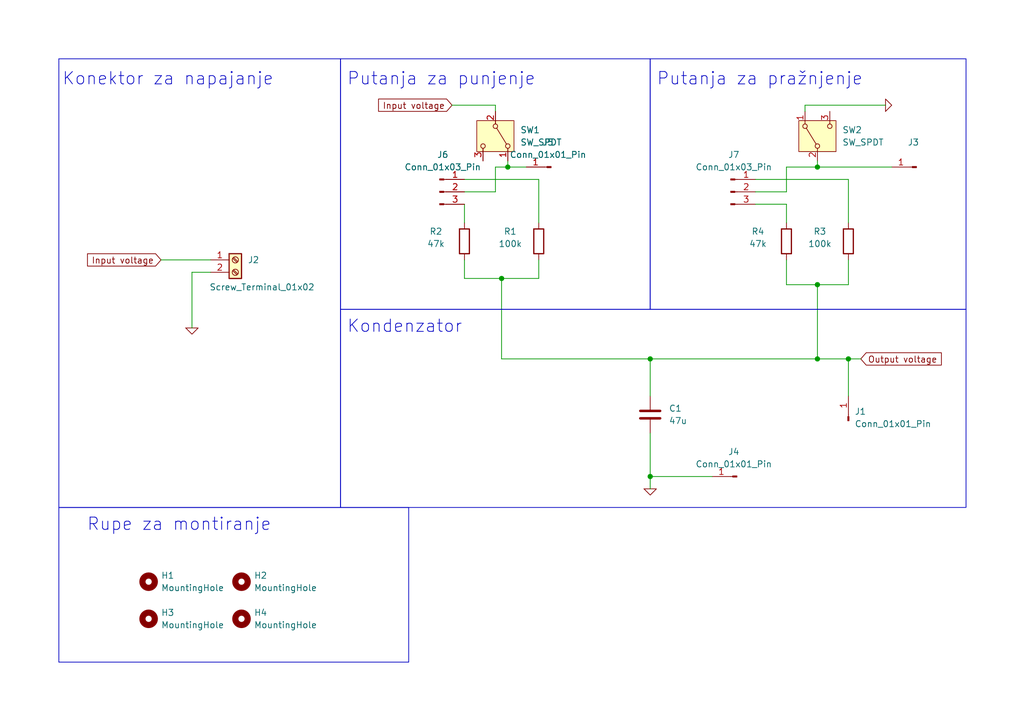
<source format=kicad_sch>
(kicad_sch
	(version 20231120)
	(generator "eeschema")
	(generator_version "8.0")
	(uuid "4bec5ddf-adbf-41fb-a069-c7630bb0044a")
	(paper "A5")
	(title_block
		(title "Punjenje i praznjenje kondenzatora")
		(rev "v1")
	)
	(lib_symbols
		(symbol "Connector:Conn_01x01_Pin"
			(pin_names
				(offset 1.016) hide)
			(exclude_from_sim no)
			(in_bom yes)
			(on_board yes)
			(property "Reference" "J"
				(at 0 2.54 0)
				(effects
					(font
						(size 1.27 1.27)
					)
				)
			)
			(property "Value" "Conn_01x01_Pin"
				(at 0 -2.54 0)
				(effects
					(font
						(size 1.27 1.27)
					)
				)
			)
			(property "Footprint" ""
				(at 0 0 0)
				(effects
					(font
						(size 1.27 1.27)
					)
					(hide yes)
				)
			)
			(property "Datasheet" "~"
				(at 0 0 0)
				(effects
					(font
						(size 1.27 1.27)
					)
					(hide yes)
				)
			)
			(property "Description" "Generic connector, single row, 01x01, script generated"
				(at 0 0 0)
				(effects
					(font
						(size 1.27 1.27)
					)
					(hide yes)
				)
			)
			(property "ki_locked" ""
				(at 0 0 0)
				(effects
					(font
						(size 1.27 1.27)
					)
				)
			)
			(property "ki_keywords" "connector"
				(at 0 0 0)
				(effects
					(font
						(size 1.27 1.27)
					)
					(hide yes)
				)
			)
			(property "ki_fp_filters" "Connector*:*_1x??_*"
				(at 0 0 0)
				(effects
					(font
						(size 1.27 1.27)
					)
					(hide yes)
				)
			)
			(symbol "Conn_01x01_Pin_1_1"
				(polyline
					(pts
						(xy 1.27 0) (xy 0.8636 0)
					)
					(stroke
						(width 0.1524)
						(type default)
					)
					(fill
						(type none)
					)
				)
				(rectangle
					(start 0.8636 0.127)
					(end 0 -0.127)
					(stroke
						(width 0.1524)
						(type default)
					)
					(fill
						(type outline)
					)
				)
				(pin passive line
					(at 5.08 0 180)
					(length 3.81)
					(name "Pin_1"
						(effects
							(font
								(size 1.27 1.27)
							)
						)
					)
					(number "1"
						(effects
							(font
								(size 1.27 1.27)
							)
						)
					)
				)
			)
		)
		(symbol "Connector:Conn_01x03_Pin"
			(pin_names
				(offset 1.016) hide)
			(exclude_from_sim no)
			(in_bom yes)
			(on_board yes)
			(property "Reference" "J"
				(at 0 5.08 0)
				(effects
					(font
						(size 1.27 1.27)
					)
				)
			)
			(property "Value" "Conn_01x03_Pin"
				(at 0 -5.08 0)
				(effects
					(font
						(size 1.27 1.27)
					)
				)
			)
			(property "Footprint" ""
				(at 0 0 0)
				(effects
					(font
						(size 1.27 1.27)
					)
					(hide yes)
				)
			)
			(property "Datasheet" "~"
				(at 0 0 0)
				(effects
					(font
						(size 1.27 1.27)
					)
					(hide yes)
				)
			)
			(property "Description" "Generic connector, single row, 01x03, script generated"
				(at 0 0 0)
				(effects
					(font
						(size 1.27 1.27)
					)
					(hide yes)
				)
			)
			(property "ki_locked" ""
				(at 0 0 0)
				(effects
					(font
						(size 1.27 1.27)
					)
				)
			)
			(property "ki_keywords" "connector"
				(at 0 0 0)
				(effects
					(font
						(size 1.27 1.27)
					)
					(hide yes)
				)
			)
			(property "ki_fp_filters" "Connector*:*_1x??_*"
				(at 0 0 0)
				(effects
					(font
						(size 1.27 1.27)
					)
					(hide yes)
				)
			)
			(symbol "Conn_01x03_Pin_1_1"
				(polyline
					(pts
						(xy 1.27 -2.54) (xy 0.8636 -2.54)
					)
					(stroke
						(width 0.1524)
						(type default)
					)
					(fill
						(type none)
					)
				)
				(polyline
					(pts
						(xy 1.27 0) (xy 0.8636 0)
					)
					(stroke
						(width 0.1524)
						(type default)
					)
					(fill
						(type none)
					)
				)
				(polyline
					(pts
						(xy 1.27 2.54) (xy 0.8636 2.54)
					)
					(stroke
						(width 0.1524)
						(type default)
					)
					(fill
						(type none)
					)
				)
				(rectangle
					(start 0.8636 -2.413)
					(end 0 -2.667)
					(stroke
						(width 0.1524)
						(type default)
					)
					(fill
						(type outline)
					)
				)
				(rectangle
					(start 0.8636 0.127)
					(end 0 -0.127)
					(stroke
						(width 0.1524)
						(type default)
					)
					(fill
						(type outline)
					)
				)
				(rectangle
					(start 0.8636 2.667)
					(end 0 2.413)
					(stroke
						(width 0.1524)
						(type default)
					)
					(fill
						(type outline)
					)
				)
				(pin passive line
					(at 5.08 2.54 180)
					(length 3.81)
					(name "Pin_1"
						(effects
							(font
								(size 1.27 1.27)
							)
						)
					)
					(number "1"
						(effects
							(font
								(size 1.27 1.27)
							)
						)
					)
				)
				(pin passive line
					(at 5.08 0 180)
					(length 3.81)
					(name "Pin_2"
						(effects
							(font
								(size 1.27 1.27)
							)
						)
					)
					(number "2"
						(effects
							(font
								(size 1.27 1.27)
							)
						)
					)
				)
				(pin passive line
					(at 5.08 -2.54 180)
					(length 3.81)
					(name "Pin_3"
						(effects
							(font
								(size 1.27 1.27)
							)
						)
					)
					(number "3"
						(effects
							(font
								(size 1.27 1.27)
							)
						)
					)
				)
			)
		)
		(symbol "Connector:Screw_Terminal_01x02"
			(pin_names
				(offset 1.016) hide)
			(exclude_from_sim no)
			(in_bom yes)
			(on_board yes)
			(property "Reference" "J"
				(at 0 2.54 0)
				(effects
					(font
						(size 1.27 1.27)
					)
				)
			)
			(property "Value" "Screw_Terminal_01x02"
				(at 0 -5.08 0)
				(effects
					(font
						(size 1.27 1.27)
					)
				)
			)
			(property "Footprint" ""
				(at 0 0 0)
				(effects
					(font
						(size 1.27 1.27)
					)
					(hide yes)
				)
			)
			(property "Datasheet" "~"
				(at 0 0 0)
				(effects
					(font
						(size 1.27 1.27)
					)
					(hide yes)
				)
			)
			(property "Description" "Generic screw terminal, single row, 01x02, script generated (kicad-library-utils/schlib/autogen/connector/)"
				(at 0 0 0)
				(effects
					(font
						(size 1.27 1.27)
					)
					(hide yes)
				)
			)
			(property "ki_keywords" "screw terminal"
				(at 0 0 0)
				(effects
					(font
						(size 1.27 1.27)
					)
					(hide yes)
				)
			)
			(property "ki_fp_filters" "TerminalBlock*:*"
				(at 0 0 0)
				(effects
					(font
						(size 1.27 1.27)
					)
					(hide yes)
				)
			)
			(symbol "Screw_Terminal_01x02_1_1"
				(rectangle
					(start -1.27 1.27)
					(end 1.27 -3.81)
					(stroke
						(width 0.254)
						(type default)
					)
					(fill
						(type background)
					)
				)
				(circle
					(center 0 -2.54)
					(radius 0.635)
					(stroke
						(width 0.1524)
						(type default)
					)
					(fill
						(type none)
					)
				)
				(polyline
					(pts
						(xy -0.5334 -2.2098) (xy 0.3302 -3.048)
					)
					(stroke
						(width 0.1524)
						(type default)
					)
					(fill
						(type none)
					)
				)
				(polyline
					(pts
						(xy -0.5334 0.3302) (xy 0.3302 -0.508)
					)
					(stroke
						(width 0.1524)
						(type default)
					)
					(fill
						(type none)
					)
				)
				(polyline
					(pts
						(xy -0.3556 -2.032) (xy 0.508 -2.8702)
					)
					(stroke
						(width 0.1524)
						(type default)
					)
					(fill
						(type none)
					)
				)
				(polyline
					(pts
						(xy -0.3556 0.508) (xy 0.508 -0.3302)
					)
					(stroke
						(width 0.1524)
						(type default)
					)
					(fill
						(type none)
					)
				)
				(circle
					(center 0 0)
					(radius 0.635)
					(stroke
						(width 0.1524)
						(type default)
					)
					(fill
						(type none)
					)
				)
				(pin passive line
					(at -5.08 0 0)
					(length 3.81)
					(name "Pin_1"
						(effects
							(font
								(size 1.27 1.27)
							)
						)
					)
					(number "1"
						(effects
							(font
								(size 1.27 1.27)
							)
						)
					)
				)
				(pin passive line
					(at -5.08 -2.54 0)
					(length 3.81)
					(name "Pin_2"
						(effects
							(font
								(size 1.27 1.27)
							)
						)
					)
					(number "2"
						(effects
							(font
								(size 1.27 1.27)
							)
						)
					)
				)
			)
		)
		(symbol "Device:C"
			(pin_numbers hide)
			(pin_names
				(offset 0.254)
			)
			(exclude_from_sim no)
			(in_bom yes)
			(on_board yes)
			(property "Reference" "C"
				(at 0.635 2.54 0)
				(effects
					(font
						(size 1.27 1.27)
					)
					(justify left)
				)
			)
			(property "Value" "C"
				(at 0.635 -2.54 0)
				(effects
					(font
						(size 1.27 1.27)
					)
					(justify left)
				)
			)
			(property "Footprint" ""
				(at 0.9652 -3.81 0)
				(effects
					(font
						(size 1.27 1.27)
					)
					(hide yes)
				)
			)
			(property "Datasheet" "~"
				(at 0 0 0)
				(effects
					(font
						(size 1.27 1.27)
					)
					(hide yes)
				)
			)
			(property "Description" "Unpolarized capacitor"
				(at 0 0 0)
				(effects
					(font
						(size 1.27 1.27)
					)
					(hide yes)
				)
			)
			(property "ki_keywords" "cap capacitor"
				(at 0 0 0)
				(effects
					(font
						(size 1.27 1.27)
					)
					(hide yes)
				)
			)
			(property "ki_fp_filters" "C_*"
				(at 0 0 0)
				(effects
					(font
						(size 1.27 1.27)
					)
					(hide yes)
				)
			)
			(symbol "C_0_1"
				(polyline
					(pts
						(xy -2.032 -0.762) (xy 2.032 -0.762)
					)
					(stroke
						(width 0.508)
						(type default)
					)
					(fill
						(type none)
					)
				)
				(polyline
					(pts
						(xy -2.032 0.762) (xy 2.032 0.762)
					)
					(stroke
						(width 0.508)
						(type default)
					)
					(fill
						(type none)
					)
				)
			)
			(symbol "C_1_1"
				(pin passive line
					(at 0 3.81 270)
					(length 2.794)
					(name "~"
						(effects
							(font
								(size 1.27 1.27)
							)
						)
					)
					(number "1"
						(effects
							(font
								(size 1.27 1.27)
							)
						)
					)
				)
				(pin passive line
					(at 0 -3.81 90)
					(length 2.794)
					(name "~"
						(effects
							(font
								(size 1.27 1.27)
							)
						)
					)
					(number "2"
						(effects
							(font
								(size 1.27 1.27)
							)
						)
					)
				)
			)
		)
		(symbol "Device:R"
			(pin_numbers hide)
			(pin_names
				(offset 0)
			)
			(exclude_from_sim no)
			(in_bom yes)
			(on_board yes)
			(property "Reference" "R"
				(at 2.032 0 90)
				(effects
					(font
						(size 1.27 1.27)
					)
				)
			)
			(property "Value" "R"
				(at 0 0 90)
				(effects
					(font
						(size 1.27 1.27)
					)
				)
			)
			(property "Footprint" ""
				(at -1.778 0 90)
				(effects
					(font
						(size 1.27 1.27)
					)
					(hide yes)
				)
			)
			(property "Datasheet" "~"
				(at 0 0 0)
				(effects
					(font
						(size 1.27 1.27)
					)
					(hide yes)
				)
			)
			(property "Description" "Resistor"
				(at 0 0 0)
				(effects
					(font
						(size 1.27 1.27)
					)
					(hide yes)
				)
			)
			(property "ki_keywords" "R res resistor"
				(at 0 0 0)
				(effects
					(font
						(size 1.27 1.27)
					)
					(hide yes)
				)
			)
			(property "ki_fp_filters" "R_*"
				(at 0 0 0)
				(effects
					(font
						(size 1.27 1.27)
					)
					(hide yes)
				)
			)
			(symbol "R_0_1"
				(rectangle
					(start -1.016 -2.54)
					(end 1.016 2.54)
					(stroke
						(width 0.254)
						(type default)
					)
					(fill
						(type none)
					)
				)
			)
			(symbol "R_1_1"
				(pin passive line
					(at 0 3.81 270)
					(length 1.27)
					(name "~"
						(effects
							(font
								(size 1.27 1.27)
							)
						)
					)
					(number "1"
						(effects
							(font
								(size 1.27 1.27)
							)
						)
					)
				)
				(pin passive line
					(at 0 -3.81 90)
					(length 1.27)
					(name "~"
						(effects
							(font
								(size 1.27 1.27)
							)
						)
					)
					(number "2"
						(effects
							(font
								(size 1.27 1.27)
							)
						)
					)
				)
			)
		)
		(symbol "Mechanical:MountingHole"
			(pin_names
				(offset 1.016)
			)
			(exclude_from_sim no)
			(in_bom yes)
			(on_board yes)
			(property "Reference" "H"
				(at 0 5.08 0)
				(effects
					(font
						(size 1.27 1.27)
					)
				)
			)
			(property "Value" "MountingHole"
				(at 0 3.175 0)
				(effects
					(font
						(size 1.27 1.27)
					)
				)
			)
			(property "Footprint" ""
				(at 0 0 0)
				(effects
					(font
						(size 1.27 1.27)
					)
					(hide yes)
				)
			)
			(property "Datasheet" "~"
				(at 0 0 0)
				(effects
					(font
						(size 1.27 1.27)
					)
					(hide yes)
				)
			)
			(property "Description" "Mounting Hole without connection"
				(at 0 0 0)
				(effects
					(font
						(size 1.27 1.27)
					)
					(hide yes)
				)
			)
			(property "ki_keywords" "mounting hole"
				(at 0 0 0)
				(effects
					(font
						(size 1.27 1.27)
					)
					(hide yes)
				)
			)
			(property "ki_fp_filters" "MountingHole*"
				(at 0 0 0)
				(effects
					(font
						(size 1.27 1.27)
					)
					(hide yes)
				)
			)
			(symbol "MountingHole_0_1"
				(circle
					(center 0 0)
					(radius 1.27)
					(stroke
						(width 1.27)
						(type default)
					)
					(fill
						(type none)
					)
				)
			)
		)
		(symbol "Simulation_SPICE:0"
			(power)
			(pin_names
				(offset 0)
			)
			(exclude_from_sim no)
			(in_bom yes)
			(on_board yes)
			(property "Reference" "#GND"
				(at 0 -2.54 0)
				(effects
					(font
						(size 1.27 1.27)
					)
					(hide yes)
				)
			)
			(property "Value" "0"
				(at 0 -1.778 0)
				(effects
					(font
						(size 1.27 1.27)
					)
				)
			)
			(property "Footprint" ""
				(at 0 0 0)
				(effects
					(font
						(size 1.27 1.27)
					)
					(hide yes)
				)
			)
			(property "Datasheet" "~"
				(at 0 0 0)
				(effects
					(font
						(size 1.27 1.27)
					)
					(hide yes)
				)
			)
			(property "Description" "0V reference potential for simulation"
				(at 0 0 0)
				(effects
					(font
						(size 1.27 1.27)
					)
					(hide yes)
				)
			)
			(property "ki_keywords" "simulation"
				(at 0 0 0)
				(effects
					(font
						(size 1.27 1.27)
					)
					(hide yes)
				)
			)
			(symbol "0_0_1"
				(polyline
					(pts
						(xy -1.27 0) (xy 0 -1.27) (xy 1.27 0) (xy -1.27 0)
					)
					(stroke
						(width 0)
						(type default)
					)
					(fill
						(type none)
					)
				)
			)
			(symbol "0_1_1"
				(pin power_in line
					(at 0 0 0)
					(length 0) hide
					(name "0"
						(effects
							(font
								(size 1.016 1.016)
							)
						)
					)
					(number "1"
						(effects
							(font
								(size 1.016 1.016)
							)
						)
					)
				)
			)
		)
		(symbol "Switch:SW_SPDT"
			(pin_names
				(offset 0) hide)
			(exclude_from_sim no)
			(in_bom yes)
			(on_board yes)
			(property "Reference" "SW"
				(at 0 5.08 0)
				(effects
					(font
						(size 1.27 1.27)
					)
				)
			)
			(property "Value" "SW_SPDT"
				(at 0 -5.08 0)
				(effects
					(font
						(size 1.27 1.27)
					)
				)
			)
			(property "Footprint" ""
				(at 0 0 0)
				(effects
					(font
						(size 1.27 1.27)
					)
					(hide yes)
				)
			)
			(property "Datasheet" "~"
				(at 0 -7.62 0)
				(effects
					(font
						(size 1.27 1.27)
					)
					(hide yes)
				)
			)
			(property "Description" "Switch, single pole double throw"
				(at 0 0 0)
				(effects
					(font
						(size 1.27 1.27)
					)
					(hide yes)
				)
			)
			(property "ki_keywords" "switch single-pole double-throw spdt ON-ON"
				(at 0 0 0)
				(effects
					(font
						(size 1.27 1.27)
					)
					(hide yes)
				)
			)
			(symbol "SW_SPDT_0_1"
				(circle
					(center -2.032 0)
					(radius 0.4572)
					(stroke
						(width 0)
						(type default)
					)
					(fill
						(type none)
					)
				)
				(polyline
					(pts
						(xy -1.651 0.254) (xy 1.651 2.286)
					)
					(stroke
						(width 0)
						(type default)
					)
					(fill
						(type none)
					)
				)
				(circle
					(center 2.032 -2.54)
					(radius 0.4572)
					(stroke
						(width 0)
						(type default)
					)
					(fill
						(type none)
					)
				)
				(circle
					(center 2.032 2.54)
					(radius 0.4572)
					(stroke
						(width 0)
						(type default)
					)
					(fill
						(type none)
					)
				)
			)
			(symbol "SW_SPDT_1_1"
				(rectangle
					(start -3.175 3.81)
					(end 3.175 -3.81)
					(stroke
						(width 0)
						(type default)
					)
					(fill
						(type background)
					)
				)
				(pin passive line
					(at 5.08 2.54 180)
					(length 2.54)
					(name "A"
						(effects
							(font
								(size 1.27 1.27)
							)
						)
					)
					(number "1"
						(effects
							(font
								(size 1.27 1.27)
							)
						)
					)
				)
				(pin passive line
					(at -5.08 0 0)
					(length 2.54)
					(name "B"
						(effects
							(font
								(size 1.27 1.27)
							)
						)
					)
					(number "2"
						(effects
							(font
								(size 1.27 1.27)
							)
						)
					)
				)
				(pin passive line
					(at 5.08 -2.54 180)
					(length 2.54)
					(name "C"
						(effects
							(font
								(size 1.27 1.27)
							)
						)
					)
					(number "3"
						(effects
							(font
								(size 1.27 1.27)
							)
						)
					)
				)
			)
		)
	)
	(junction
		(at 102.87 57.15)
		(diameter 0)
		(color 0 0 0 0)
		(uuid "3fb893fc-df84-4f35-bedd-52112f174653")
	)
	(junction
		(at 173.99 73.66)
		(diameter 0)
		(color 0 0 0 0)
		(uuid "41816d20-f95c-4956-a883-3dcfc5d74af1")
	)
	(junction
		(at 133.35 97.79)
		(diameter 0)
		(color 0 0 0 0)
		(uuid "7461fcb2-c601-4570-bec6-1d359a11a5dc")
	)
	(junction
		(at 133.35 73.66)
		(diameter 0)
		(color 0 0 0 0)
		(uuid "8c63e76f-a4cd-43b8-b903-aab4d3d88141")
	)
	(junction
		(at 167.64 73.66)
		(diameter 0)
		(color 0 0 0 0)
		(uuid "8ec46853-d477-4c3d-aae8-956b49cc9c47")
	)
	(junction
		(at 104.14 34.29)
		(diameter 0)
		(color 0 0 0 0)
		(uuid "a52d517a-b27c-48bf-b147-9e940a589ff6")
	)
	(junction
		(at 167.64 34.29)
		(diameter 0)
		(color 0 0 0 0)
		(uuid "cbc65d1b-6d5e-4592-a5ba-884c8b2e700e")
	)
	(junction
		(at 167.64 58.42)
		(diameter 0)
		(color 0 0 0 0)
		(uuid "e7ef7819-f2ab-4037-97de-10fa559644b6")
	)
	(wire
		(pts
			(xy 104.14 34.29) (xy 107.95 34.29)
		)
		(stroke
			(width 0)
			(type default)
		)
		(uuid "00a8b6ee-c09c-4000-a3fd-5bcf99a1aa93")
	)
	(wire
		(pts
			(xy 167.64 33.02) (xy 167.64 34.29)
		)
		(stroke
			(width 0)
			(type default)
		)
		(uuid "010e4b65-cda4-401a-8c1c-1e9a2b134964")
	)
	(wire
		(pts
			(xy 167.64 34.29) (xy 182.88 34.29)
		)
		(stroke
			(width 0)
			(type default)
		)
		(uuid "0c958500-e943-4ba6-ac10-d48b0d880504")
	)
	(wire
		(pts
			(xy 133.35 73.66) (xy 133.35 81.28)
		)
		(stroke
			(width 0)
			(type default)
		)
		(uuid "1a933369-3e5e-4545-9a98-b27d76a1d170")
	)
	(wire
		(pts
			(xy 161.29 58.42) (xy 161.29 53.34)
		)
		(stroke
			(width 0)
			(type default)
		)
		(uuid "1d598f94-6c54-4c86-883b-c64104bd0054")
	)
	(wire
		(pts
			(xy 95.25 36.83) (xy 110.49 36.83)
		)
		(stroke
			(width 0)
			(type default)
		)
		(uuid "2311bb33-dba0-4bc5-ba5b-545d19c5f08f")
	)
	(wire
		(pts
			(xy 133.35 73.66) (xy 102.87 73.66)
		)
		(stroke
			(width 0)
			(type default)
		)
		(uuid "25d75674-9fa5-429a-bca7-630d33e1bc48")
	)
	(wire
		(pts
			(xy 95.25 57.15) (xy 102.87 57.15)
		)
		(stroke
			(width 0)
			(type default)
		)
		(uuid "292ccd2d-d61b-42f7-9015-ba7dfd1e2d40")
	)
	(wire
		(pts
			(xy 161.29 41.91) (xy 161.29 45.72)
		)
		(stroke
			(width 0)
			(type default)
		)
		(uuid "2a2fc6d9-1c0f-46b1-be4a-f33f336c3f65")
	)
	(wire
		(pts
			(xy 173.99 73.66) (xy 176.53 73.66)
		)
		(stroke
			(width 0)
			(type default)
		)
		(uuid "2d062045-2080-42b0-817a-dfe4a9329af8")
	)
	(wire
		(pts
			(xy 101.6 34.29) (xy 104.14 34.29)
		)
		(stroke
			(width 0)
			(type default)
		)
		(uuid "348577da-6cdf-42b0-bceb-a34b18366ec0")
	)
	(wire
		(pts
			(xy 154.94 36.83) (xy 173.99 36.83)
		)
		(stroke
			(width 0)
			(type default)
		)
		(uuid "34c398fc-6770-41c4-bedb-f910a36eafd8")
	)
	(wire
		(pts
			(xy 101.6 21.59) (xy 101.6 22.86)
		)
		(stroke
			(width 0)
			(type default)
		)
		(uuid "362f998d-3b0c-440a-9018-b35d22302358")
	)
	(wire
		(pts
			(xy 161.29 34.29) (xy 167.64 34.29)
		)
		(stroke
			(width 0)
			(type default)
		)
		(uuid "3bdd413e-58f9-48b6-a06a-b2f8d7257240")
	)
	(wire
		(pts
			(xy 154.94 39.37) (xy 161.29 39.37)
		)
		(stroke
			(width 0)
			(type default)
		)
		(uuid "3f01f9c7-a61d-436f-bffe-7127d5a42619")
	)
	(wire
		(pts
			(xy 110.49 36.83) (xy 110.49 45.72)
		)
		(stroke
			(width 0)
			(type default)
		)
		(uuid "45a9dc71-670a-40be-bbae-338c64c2ca0c")
	)
	(wire
		(pts
			(xy 165.1 21.59) (xy 165.1 22.86)
		)
		(stroke
			(width 0)
			(type default)
		)
		(uuid "473bf35e-f789-4c31-bc8f-b22e7c6a8eff")
	)
	(wire
		(pts
			(xy 102.87 57.15) (xy 102.87 73.66)
		)
		(stroke
			(width 0)
			(type default)
		)
		(uuid "4d8a4f40-71f1-4012-88ca-976ad360706b")
	)
	(wire
		(pts
			(xy 101.6 39.37) (xy 101.6 34.29)
		)
		(stroke
			(width 0)
			(type default)
		)
		(uuid "56278ceb-d77b-4d75-8624-0b150e748e74")
	)
	(wire
		(pts
			(xy 173.99 36.83) (xy 173.99 45.72)
		)
		(stroke
			(width 0)
			(type default)
		)
		(uuid "5a8294a2-83ad-449c-86f1-d346504e942e")
	)
	(wire
		(pts
			(xy 133.35 88.9) (xy 133.35 97.79)
		)
		(stroke
			(width 0)
			(type default)
		)
		(uuid "69065632-0adb-4116-8444-f654a118ced0")
	)
	(wire
		(pts
			(xy 161.29 39.37) (xy 161.29 34.29)
		)
		(stroke
			(width 0)
			(type default)
		)
		(uuid "69e0a059-cad7-4aa8-8915-91a074869d96")
	)
	(wire
		(pts
			(xy 92.71 21.59) (xy 101.6 21.59)
		)
		(stroke
			(width 0)
			(type default)
		)
		(uuid "6eb023a3-2fd8-4a81-a59f-cbdcf4647971")
	)
	(wire
		(pts
			(xy 95.25 41.91) (xy 95.25 45.72)
		)
		(stroke
			(width 0)
			(type default)
		)
		(uuid "838d0d6b-7ddc-4d81-8830-09ced9133292")
	)
	(wire
		(pts
			(xy 173.99 58.42) (xy 167.64 58.42)
		)
		(stroke
			(width 0)
			(type default)
		)
		(uuid "8aca1ade-a172-4352-b520-7cdb4668cb37")
	)
	(wire
		(pts
			(xy 104.14 33.02) (xy 104.14 34.29)
		)
		(stroke
			(width 0)
			(type default)
		)
		(uuid "8bd81ca6-bc61-4d55-a7e5-10df4f8100c7")
	)
	(wire
		(pts
			(xy 95.25 39.37) (xy 101.6 39.37)
		)
		(stroke
			(width 0)
			(type default)
		)
		(uuid "8e79b717-7bd4-4d85-ac62-5c30c251dacd")
	)
	(wire
		(pts
			(xy 181.61 21.59) (xy 165.1 21.59)
		)
		(stroke
			(width 0)
			(type default)
		)
		(uuid "9309c8ed-73d5-4864-8f53-65afe0ccd048")
	)
	(wire
		(pts
			(xy 39.37 55.88) (xy 43.18 55.88)
		)
		(stroke
			(width 0)
			(type default)
		)
		(uuid "9f51de2c-4f80-4eb3-80e7-f8c9bb875c0a")
	)
	(wire
		(pts
			(xy 167.64 73.66) (xy 173.99 73.66)
		)
		(stroke
			(width 0)
			(type default)
		)
		(uuid "a6fa7819-43b2-4767-a49c-86181a6e8074")
	)
	(wire
		(pts
			(xy 43.18 53.34) (xy 33.02 53.34)
		)
		(stroke
			(width 0)
			(type default)
		)
		(uuid "b2cf25fa-878d-4868-ac7f-3dcb387d77f0")
	)
	(wire
		(pts
			(xy 173.99 73.66) (xy 173.99 81.28)
		)
		(stroke
			(width 0)
			(type default)
		)
		(uuid "be81b615-40b5-4366-aabd-43b10c15626b")
	)
	(wire
		(pts
			(xy 161.29 41.91) (xy 154.94 41.91)
		)
		(stroke
			(width 0)
			(type default)
		)
		(uuid "bf4ab956-c341-4d10-860d-9136a7b664dd")
	)
	(wire
		(pts
			(xy 110.49 53.34) (xy 110.49 57.15)
		)
		(stroke
			(width 0)
			(type default)
		)
		(uuid "c51a2dd8-7518-4984-97da-8c7cc202ea56")
	)
	(wire
		(pts
			(xy 133.35 100.33) (xy 133.35 97.79)
		)
		(stroke
			(width 0)
			(type default)
		)
		(uuid "d0119e13-7736-48f5-91dc-36f9e1f221f4")
	)
	(wire
		(pts
			(xy 95.25 53.34) (xy 95.25 57.15)
		)
		(stroke
			(width 0)
			(type default)
		)
		(uuid "d132d851-d64a-4bcf-8ad0-4282ea4d7375")
	)
	(wire
		(pts
			(xy 161.29 58.42) (xy 167.64 58.42)
		)
		(stroke
			(width 0)
			(type default)
		)
		(uuid "d3531dc2-b87a-4653-b4d1-493723a14c04")
	)
	(wire
		(pts
			(xy 110.49 57.15) (xy 102.87 57.15)
		)
		(stroke
			(width 0)
			(type default)
		)
		(uuid "d52bcdbe-f363-4b0b-a8e4-68106934a7a7")
	)
	(wire
		(pts
			(xy 167.64 58.42) (xy 167.64 73.66)
		)
		(stroke
			(width 0)
			(type default)
		)
		(uuid "d9e7fde1-558b-402d-9a12-d50fc09c8ae7")
	)
	(wire
		(pts
			(xy 39.37 55.88) (xy 39.37 67.31)
		)
		(stroke
			(width 0)
			(type default)
		)
		(uuid "deee6f42-005e-404e-9987-66c114bfffeb")
	)
	(wire
		(pts
			(xy 133.35 73.66) (xy 167.64 73.66)
		)
		(stroke
			(width 0)
			(type default)
		)
		(uuid "e3f95337-e538-4fa8-8408-28a7a2ca1a5b")
	)
	(wire
		(pts
			(xy 146.05 97.79) (xy 133.35 97.79)
		)
		(stroke
			(width 0)
			(type default)
		)
		(uuid "ef283cc1-e201-419b-a5c1-3c41bfd0407a")
	)
	(wire
		(pts
			(xy 173.99 53.34) (xy 173.99 58.42)
		)
		(stroke
			(width 0)
			(type default)
		)
		(uuid "fcbb6cdf-8970-4357-b94f-379eb559829a")
	)
	(rectangle
		(start 12.065 12.065)
		(end 69.85 104.14)
		(stroke
			(width 0)
			(type default)
		)
		(fill
			(type none)
		)
		(uuid 38749e43-3110-4f59-8ac6-76775dd37de5)
	)
	(rectangle
		(start 12.065 104.14)
		(end 83.82 135.89)
		(stroke
			(width 0)
			(type default)
		)
		(fill
			(type none)
		)
		(uuid 81b9c5dc-703e-43b5-ad34-0becdc64748b)
	)
	(rectangle
		(start 133.35 12.065)
		(end 198.12 63.5)
		(stroke
			(width 0)
			(type default)
		)
		(fill
			(type none)
		)
		(uuid 8e3c17c7-8e26-4a7b-a110-170b27423929)
	)
	(rectangle
		(start 69.85 12.065)
		(end 133.35 63.5)
		(stroke
			(width 0)
			(type default)
		)
		(fill
			(type none)
		)
		(uuid b6d9a29f-40bd-4a1d-8f42-16a5ee5cd2e0)
	)
	(rectangle
		(start 69.85 63.5)
		(end 198.12 104.14)
		(stroke
			(width 0)
			(type default)
		)
		(fill
			(type none)
		)
		(uuid e630c6df-2cb5-4c23-ae2c-1e5eb6fe5aad)
	)
	(text "Rupe za montiranje\n"
		(exclude_from_sim no)
		(at 17.78 109.22 0)
		(effects
			(font
				(size 2.54 2.54)
			)
			(justify left bottom)
		)
		(uuid "2a4bf67d-83bf-4c30-a6e3-5f60222c600a")
	)
	(text "Kondenzator"
		(exclude_from_sim no)
		(at 71.12 68.58 0)
		(effects
			(font
				(size 2.54 2.54)
			)
			(justify left bottom)
		)
		(uuid "372b0d0e-e09a-4851-8997-948b90294e5c")
	)
	(text "Konektor za napajanje"
		(exclude_from_sim no)
		(at 12.7 17.78 0)
		(effects
			(font
				(size 2.54 2.54)
			)
			(justify left bottom)
		)
		(uuid "7adc5d2b-b8ad-46b4-be92-74dfb29a0d16")
	)
	(text "Putanja za pražnjenje"
		(exclude_from_sim no)
		(at 134.62 17.78 0)
		(effects
			(font
				(size 2.54 2.54)
			)
			(justify left bottom)
		)
		(uuid "cacddce1-2134-4416-a26b-5616137cbd2e")
	)
	(text "Putanja za punjenje"
		(exclude_from_sim no)
		(at 71.12 17.78 0)
		(effects
			(font
				(size 2.54 2.54)
			)
			(justify left bottom)
		)
		(uuid "fe033257-6fb6-47f3-a194-60af8380d7c4")
	)
	(global_label "Input voltage"
		(shape input)
		(at 92.71 21.59 180)
		(fields_autoplaced yes)
		(effects
			(font
				(size 1.27 1.27)
			)
			(justify right)
		)
		(uuid "2d36cf81-27ef-491e-bb94-1094671a0524")
		(property "Intersheetrefs" "${INTERSHEET_REFS}"
			(at 77.0856 21.59 0)
			(effects
				(font
					(size 1.27 1.27)
				)
				(justify right)
				(hide yes)
			)
		)
	)
	(global_label "Input voltage"
		(shape input)
		(at 33.02 53.34 180)
		(fields_autoplaced yes)
		(effects
			(font
				(size 1.27 1.27)
			)
			(justify right)
		)
		(uuid "63726f7c-206d-41b5-9e91-1a2a78cb4674")
		(property "Intersheetrefs" "${INTERSHEET_REFS}"
			(at 17.3956 53.34 0)
			(effects
				(font
					(size 1.27 1.27)
				)
				(justify right)
				(hide yes)
			)
		)
	)
	(global_label "Output voltage"
		(shape input)
		(at 176.53 73.66 0)
		(fields_autoplaced yes)
		(effects
			(font
				(size 1.27 1.27)
			)
			(justify left)
		)
		(uuid "a5be0470-9a02-408e-bca2-89018334665b")
		(property "Intersheetrefs" "${INTERSHEET_REFS}"
			(at 193.6058 73.66 0)
			(effects
				(font
					(size 1.27 1.27)
				)
				(justify left)
				(hide yes)
			)
		)
	)
	(symbol
		(lib_id "Switch:SW_SPDT")
		(at 167.64 27.94 90)
		(unit 1)
		(exclude_from_sim no)
		(in_bom yes)
		(on_board yes)
		(dnp no)
		(fields_autoplaced yes)
		(uuid "017476a9-27c9-4c00-b0b1-c9aa1b799bfe")
		(property "Reference" "SW2"
			(at 172.72 26.6699 90)
			(effects
				(font
					(size 1.27 1.27)
				)
				(justify right)
			)
		)
		(property "Value" "SW_SPDT"
			(at 172.72 29.2099 90)
			(effects
				(font
					(size 1.27 1.27)
				)
				(justify right)
			)
		)
		(property "Footprint" "PEP_library:SW-TH_2MS1T1B1M1QES-5"
			(at 167.64 27.94 0)
			(effects
				(font
					(size 1.27 1.27)
				)
				(hide yes)
			)
		)
		(property "Datasheet" "~"
			(at 175.26 27.94 0)
			(effects
				(font
					(size 1.27 1.27)
				)
				(hide yes)
			)
		)
		(property "Description" "Switch, single pole double throw"
			(at 167.64 27.94 0)
			(effects
				(font
					(size 1.27 1.27)
				)
				(hide yes)
			)
		)
		(pin "3"
			(uuid "07fcdc47-93b6-40d8-9a99-5b4ae73bc04b")
		)
		(pin "1"
			(uuid "ae89e275-25e8-4431-b8f3-50b3d2c9020d")
		)
		(pin "2"
			(uuid "85ed0415-49ba-4b6c-a1d0-1480295194dd")
		)
		(instances
			(project "PEP008-V1-RC_vremenska_konstanta"
				(path "/4bec5ddf-adbf-41fb-a069-c7630bb0044a"
					(reference "SW2")
					(unit 1)
				)
			)
		)
	)
	(symbol
		(lib_id "Simulation_SPICE:0")
		(at 39.37 67.31 0)
		(unit 1)
		(exclude_from_sim no)
		(in_bom yes)
		(on_board yes)
		(dnp no)
		(fields_autoplaced yes)
		(uuid "03337c04-a0a3-4cad-90d6-bcdb0825243b")
		(property "Reference" "#GND05"
			(at 39.37 69.85 0)
			(effects
				(font
					(size 1.27 1.27)
				)
				(hide yes)
			)
		)
		(property "Value" "0"
			(at 39.37 64.77 0)
			(effects
				(font
					(size 1.27 1.27)
				)
				(hide yes)
			)
		)
		(property "Footprint" ""
			(at 39.37 67.31 0)
			(effects
				(font
					(size 1.27 1.27)
				)
				(hide yes)
			)
		)
		(property "Datasheet" "~"
			(at 39.37 67.31 0)
			(effects
				(font
					(size 1.27 1.27)
				)
				(hide yes)
			)
		)
		(property "Description" ""
			(at 39.37 67.31 0)
			(effects
				(font
					(size 1.27 1.27)
				)
				(hide yes)
			)
		)
		(pin "1"
			(uuid "850e1ec3-8e9f-470a-98e8-8a0bd8f8fc8d")
		)
		(instances
			(project "006_RC_vremenska_konstanta"
				(path "/4bec5ddf-adbf-41fb-a069-c7630bb0044a"
					(reference "#GND05")
					(unit 1)
				)
			)
		)
	)
	(symbol
		(lib_id "Connector:Conn_01x03_Pin")
		(at 90.17 39.37 0)
		(unit 1)
		(exclude_from_sim no)
		(in_bom yes)
		(on_board yes)
		(dnp no)
		(fields_autoplaced yes)
		(uuid "0402bb14-4f8f-47e3-95a1-c911decaa855")
		(property "Reference" "J6"
			(at 90.805 31.75 0)
			(effects
				(font
					(size 1.27 1.27)
				)
			)
		)
		(property "Value" "Conn_01x03_Pin"
			(at 90.805 34.29 0)
			(effects
				(font
					(size 1.27 1.27)
				)
			)
		)
		(property "Footprint" "Connector_PinHeader_2.54mm:PinHeader_1x03_P2.54mm_Vertical"
			(at 90.17 39.37 0)
			(effects
				(font
					(size 1.27 1.27)
				)
				(hide yes)
			)
		)
		(property "Datasheet" "~"
			(at 90.17 39.37 0)
			(effects
				(font
					(size 1.27 1.27)
				)
				(hide yes)
			)
		)
		(property "Description" "Generic connector, single row, 01x03, script generated"
			(at 90.17 39.37 0)
			(effects
				(font
					(size 1.27 1.27)
				)
				(hide yes)
			)
		)
		(pin "3"
			(uuid "e1516de3-ed19-408c-bd2e-f20588c77055")
		)
		(pin "2"
			(uuid "3ef5e05e-0053-4d58-a837-cf334be099ad")
		)
		(pin "1"
			(uuid "df20c6bc-905d-4ab4-b1e5-a866606ba0c8")
		)
		(instances
			(project ""
				(path "/4bec5ddf-adbf-41fb-a069-c7630bb0044a"
					(reference "J6")
					(unit 1)
				)
			)
		)
	)
	(symbol
		(lib_id "Mechanical:MountingHole")
		(at 30.48 127 0)
		(unit 1)
		(exclude_from_sim no)
		(in_bom yes)
		(on_board yes)
		(dnp no)
		(fields_autoplaced yes)
		(uuid "0c3764e9-1df8-4553-89ea-56bfbfbc7b81")
		(property "Reference" "H3"
			(at 33.02 125.73 0)
			(effects
				(font
					(size 1.27 1.27)
				)
				(justify left)
			)
		)
		(property "Value" "MountingHole"
			(at 33.02 128.27 0)
			(effects
				(font
					(size 1.27 1.27)
				)
				(justify left)
			)
		)
		(property "Footprint" "MountingHole:MountingHole_3.2mm_M3_ISO14580_Pad_TopBottom"
			(at 30.48 127 0)
			(effects
				(font
					(size 1.27 1.27)
				)
				(hide yes)
			)
		)
		(property "Datasheet" "~"
			(at 30.48 127 0)
			(effects
				(font
					(size 1.27 1.27)
				)
				(hide yes)
			)
		)
		(property "Description" ""
			(at 30.48 127 0)
			(effects
				(font
					(size 1.27 1.27)
				)
				(hide yes)
			)
		)
		(instances
			(project "003_redna_paralelna_otpornost"
				(path "/4bec5ddf-adbf-41fb-a069-c7630bb0044a"
					(reference "H3")
					(unit 1)
				)
			)
		)
	)
	(symbol
		(lib_id "Connector:Conn_01x01_Pin")
		(at 113.03 34.29 180)
		(unit 1)
		(exclude_from_sim no)
		(in_bom yes)
		(on_board yes)
		(dnp no)
		(fields_autoplaced yes)
		(uuid "263d5d13-bf99-4d61-aff1-755743602c25")
		(property "Reference" "J5"
			(at 112.395 29.21 0)
			(effects
				(font
					(size 1.27 1.27)
				)
			)
		)
		(property "Value" "Conn_01x01_Pin"
			(at 112.395 31.75 0)
			(effects
				(font
					(size 1.27 1.27)
				)
			)
		)
		(property "Footprint" "Connector_PinHeader_2.54mm:PinHeader_1x01_P2.54mm_Vertical"
			(at 113.03 34.29 0)
			(effects
				(font
					(size 1.27 1.27)
				)
				(hide yes)
			)
		)
		(property "Datasheet" "~"
			(at 113.03 34.29 0)
			(effects
				(font
					(size 1.27 1.27)
				)
				(hide yes)
			)
		)
		(property "Description" "Generic connector, single row, 01x01, script generated"
			(at 113.03 34.29 0)
			(effects
				(font
					(size 1.27 1.27)
				)
				(hide yes)
			)
		)
		(pin "1"
			(uuid "084686bc-00e7-4a1e-8d6d-b0c18eb5f5a9")
		)
		(instances
			(project "PEP008-V1-RC_vremenska_konstanta"
				(path "/4bec5ddf-adbf-41fb-a069-c7630bb0044a"
					(reference "J5")
					(unit 1)
				)
			)
		)
	)
	(symbol
		(lib_id "Connector:Conn_01x01_Pin")
		(at 151.13 97.79 180)
		(unit 1)
		(exclude_from_sim no)
		(in_bom yes)
		(on_board yes)
		(dnp no)
		(fields_autoplaced yes)
		(uuid "299f8231-c7fb-4708-a21b-c40dba34083f")
		(property "Reference" "J4"
			(at 150.495 92.71 0)
			(effects
				(font
					(size 1.27 1.27)
				)
			)
		)
		(property "Value" "Conn_01x01_Pin"
			(at 150.495 95.25 0)
			(effects
				(font
					(size 1.27 1.27)
				)
			)
		)
		(property "Footprint" "Connector_PinHeader_2.54mm:PinHeader_1x01_P2.54mm_Vertical"
			(at 151.13 97.79 0)
			(effects
				(font
					(size 1.27 1.27)
				)
				(hide yes)
			)
		)
		(property "Datasheet" "~"
			(at 151.13 97.79 0)
			(effects
				(font
					(size 1.27 1.27)
				)
				(hide yes)
			)
		)
		(property "Description" "Generic connector, single row, 01x01, script generated"
			(at 151.13 97.79 0)
			(effects
				(font
					(size 1.27 1.27)
				)
				(hide yes)
			)
		)
		(pin "1"
			(uuid "d545acb9-10ae-4d15-87da-b4c8e1d258dd")
		)
		(instances
			(project ""
				(path "/4bec5ddf-adbf-41fb-a069-c7630bb0044a"
					(reference "J4")
					(unit 1)
				)
			)
		)
	)
	(symbol
		(lib_id "Connector:Screw_Terminal_01x02")
		(at 48.26 53.34 0)
		(unit 1)
		(exclude_from_sim yes)
		(in_bom yes)
		(on_board yes)
		(dnp no)
		(uuid "2e642edd-c412-487d-af7b-6cb387269ae1")
		(property "Reference" "J2"
			(at 50.8 53.34 0)
			(effects
				(font
					(size 1.27 1.27)
				)
				(justify left)
			)
		)
		(property "Value" "Screw_Terminal_01x02"
			(at 42.926 58.928 0)
			(effects
				(font
					(size 1.27 1.27)
				)
				(justify left)
			)
		)
		(property "Footprint" "TerminalBlock_Phoenix:TerminalBlock_Phoenix_MKDS-1,5-2-5.08_1x02_P5.08mm_Horizontal"
			(at 48.26 53.34 0)
			(effects
				(font
					(size 1.27 1.27)
				)
				(hide yes)
			)
		)
		(property "Datasheet" "~"
			(at 48.26 53.34 0)
			(effects
				(font
					(size 1.27 1.27)
				)
				(hide yes)
			)
		)
		(property "Description" ""
			(at 48.26 53.34 0)
			(effects
				(font
					(size 1.27 1.27)
				)
				(hide yes)
			)
		)
		(pin "1"
			(uuid "007674b6-3134-43c9-9569-4469a0c80334")
		)
		(pin "2"
			(uuid "da291714-2adc-4111-a2a3-2fa1e26faaba")
		)
		(instances
			(project "006_RC_vremenska_konstanta"
				(path "/4bec5ddf-adbf-41fb-a069-c7630bb0044a"
					(reference "J2")
					(unit 1)
				)
			)
		)
	)
	(symbol
		(lib_id "Device:R")
		(at 173.99 49.53 0)
		(unit 1)
		(exclude_from_sim no)
		(in_bom yes)
		(on_board yes)
		(dnp no)
		(uuid "40072496-1863-49ab-bfd6-4c2e7cea7a2b")
		(property "Reference" "R3"
			(at 168.148 47.498 0)
			(effects
				(font
					(size 1.27 1.27)
				)
			)
		)
		(property "Value" "100k"
			(at 168.148 50.038 0)
			(effects
				(font
					(face "KiCad Font")
					(size 1.27 1.27)
				)
			)
		)
		(property "Footprint" "Resistor_SMD:R_1206_3216Metric_Pad1.30x1.75mm_HandSolder"
			(at 172.212 49.53 90)
			(effects
				(font
					(size 1.27 1.27)
				)
				(hide yes)
			)
		)
		(property "Datasheet" "~"
			(at 173.99 49.53 0)
			(effects
				(font
					(size 1.27 1.27)
				)
				(hide yes)
			)
		)
		(property "Description" ""
			(at 173.99 49.53 0)
			(effects
				(font
					(size 1.27 1.27)
				)
				(hide yes)
			)
		)
		(property "LCSC" " C17900"
			(at 173.99 49.53 0)
			(effects
				(font
					(size 1.27 1.27)
				)
				(hide yes)
			)
		)
		(pin "1"
			(uuid "f873ee4d-43da-435b-804d-f6c59a16e177")
		)
		(pin "2"
			(uuid "de49a4c2-0f5d-41ee-9a77-9f740c9a2907")
		)
		(instances
			(project "PEP008-V1-RC_vremenska_konstanta"
				(path "/4bec5ddf-adbf-41fb-a069-c7630bb0044a"
					(reference "R3")
					(unit 1)
				)
			)
		)
	)
	(symbol
		(lib_id "Simulation_SPICE:0")
		(at 133.35 100.33 0)
		(unit 1)
		(exclude_from_sim no)
		(in_bom yes)
		(on_board yes)
		(dnp no)
		(fields_autoplaced yes)
		(uuid "4190a710-52b3-4e85-bbfd-33093abaa5f7")
		(property "Reference" "#GND01"
			(at 133.35 102.87 0)
			(effects
				(font
					(size 1.27 1.27)
				)
				(hide yes)
			)
		)
		(property "Value" "0"
			(at 133.35 97.79 0)
			(effects
				(font
					(size 1.27 1.27)
				)
				(hide yes)
			)
		)
		(property "Footprint" ""
			(at 133.35 100.33 0)
			(effects
				(font
					(size 1.27 1.27)
				)
				(hide yes)
			)
		)
		(property "Datasheet" "~"
			(at 133.35 100.33 0)
			(effects
				(font
					(size 1.27 1.27)
				)
				(hide yes)
			)
		)
		(property "Description" ""
			(at 133.35 100.33 0)
			(effects
				(font
					(size 1.27 1.27)
				)
				(hide yes)
			)
		)
		(pin "1"
			(uuid "ccd5c369-2b9a-4f34-a81e-462e9812ac78")
		)
		(instances
			(project "PEP008-V1-RC_vremenska_konstanta"
				(path "/4bec5ddf-adbf-41fb-a069-c7630bb0044a"
					(reference "#GND01")
					(unit 1)
				)
			)
		)
	)
	(symbol
		(lib_id "Device:C")
		(at 133.35 85.09 0)
		(unit 1)
		(exclude_from_sim no)
		(in_bom yes)
		(on_board yes)
		(dnp no)
		(fields_autoplaced yes)
		(uuid "5f118e4d-2a02-4244-82da-76c7376f53a5")
		(property "Reference" "C1"
			(at 137.16 83.8199 0)
			(effects
				(font
					(size 1.27 1.27)
				)
				(justify left)
			)
		)
		(property "Value" "47u"
			(at 137.16 86.3599 0)
			(effects
				(font
					(size 1.27 1.27)
				)
				(justify left)
			)
		)
		(property "Footprint" "Capacitor_SMD:C_1206_3216Metric"
			(at 134.3152 88.9 0)
			(effects
				(font
					(size 1.27 1.27)
				)
				(hide yes)
			)
		)
		(property "Datasheet" "~"
			(at 133.35 85.09 0)
			(effects
				(font
					(size 1.27 1.27)
				)
				(hide yes)
			)
		)
		(property "Description" "Unpolarized capacitor"
			(at 133.35 85.09 0)
			(effects
				(font
					(size 1.27 1.27)
				)
				(hide yes)
			)
		)
		(property "LCSC" "C76659"
			(at 133.35 85.09 0)
			(effects
				(font
					(size 1.27 1.27)
				)
				(hide yes)
			)
		)
		(pin "2"
			(uuid "cd269921-3b2d-4d72-b4a5-d4b221b354dd")
		)
		(pin "1"
			(uuid "7f119e87-e4d6-4fc4-9359-e5a817c822ec")
		)
		(instances
			(project ""
				(path "/4bec5ddf-adbf-41fb-a069-c7630bb0044a"
					(reference "C1")
					(unit 1)
				)
			)
		)
	)
	(symbol
		(lib_id "Mechanical:MountingHole")
		(at 49.53 119.38 0)
		(unit 1)
		(exclude_from_sim no)
		(in_bom yes)
		(on_board yes)
		(dnp no)
		(fields_autoplaced yes)
		(uuid "7380b1a0-f8b2-466b-b83a-f01ec9a63e25")
		(property "Reference" "H2"
			(at 52.07 118.11 0)
			(effects
				(font
					(size 1.27 1.27)
				)
				(justify left)
			)
		)
		(property "Value" "MountingHole"
			(at 52.07 120.65 0)
			(effects
				(font
					(size 1.27 1.27)
				)
				(justify left)
			)
		)
		(property "Footprint" "MountingHole:MountingHole_3.2mm_M3_ISO14580_Pad_TopBottom"
			(at 49.53 119.38 0)
			(effects
				(font
					(size 1.27 1.27)
				)
				(hide yes)
			)
		)
		(property "Datasheet" "~"
			(at 49.53 119.38 0)
			(effects
				(font
					(size 1.27 1.27)
				)
				(hide yes)
			)
		)
		(property "Description" ""
			(at 49.53 119.38 0)
			(effects
				(font
					(size 1.27 1.27)
				)
				(hide yes)
			)
		)
		(instances
			(project "003_redna_paralelna_otpornost"
				(path "/4bec5ddf-adbf-41fb-a069-c7630bb0044a"
					(reference "H2")
					(unit 1)
				)
			)
		)
	)
	(symbol
		(lib_id "Mechanical:MountingHole")
		(at 30.48 119.38 0)
		(unit 1)
		(exclude_from_sim no)
		(in_bom yes)
		(on_board yes)
		(dnp no)
		(fields_autoplaced yes)
		(uuid "89b32dda-3684-4232-b25f-42934ae80d4f")
		(property "Reference" "H1"
			(at 33.02 118.11 0)
			(effects
				(font
					(size 1.27 1.27)
				)
				(justify left)
			)
		)
		(property "Value" "MountingHole"
			(at 33.02 120.65 0)
			(effects
				(font
					(size 1.27 1.27)
				)
				(justify left)
			)
		)
		(property "Footprint" "MountingHole:MountingHole_3.2mm_M3_ISO14580_Pad_TopBottom"
			(at 30.48 119.38 0)
			(effects
				(font
					(size 1.27 1.27)
				)
				(hide yes)
			)
		)
		(property "Datasheet" "~"
			(at 30.48 119.38 0)
			(effects
				(font
					(size 1.27 1.27)
				)
				(hide yes)
			)
		)
		(property "Description" ""
			(at 30.48 119.38 0)
			(effects
				(font
					(size 1.27 1.27)
				)
				(hide yes)
			)
		)
		(instances
			(project "003_redna_paralelna_otpornost"
				(path "/4bec5ddf-adbf-41fb-a069-c7630bb0044a"
					(reference "H1")
					(unit 1)
				)
			)
		)
	)
	(symbol
		(lib_id "Connector:Conn_01x01_Pin")
		(at 187.96 34.29 180)
		(unit 1)
		(exclude_from_sim no)
		(in_bom yes)
		(on_board yes)
		(dnp no)
		(fields_autoplaced yes)
		(uuid "9e5e70d6-4bff-4d10-a643-678a77d2f38a")
		(property "Reference" "J3"
			(at 187.325 29.21 0)
			(effects
				(font
					(size 1.27 1.27)
				)
			)
		)
		(property "Value" "Conn_01x01_Pin"
			(at 187.325 31.75 0)
			(effects
				(font
					(size 1.27 1.27)
				)
				(hide yes)
			)
		)
		(property "Footprint" "Connector_PinHeader_2.54mm:PinHeader_1x01_P2.54mm_Vertical"
			(at 187.96 34.29 0)
			(effects
				(font
					(size 1.27 1.27)
				)
				(hide yes)
			)
		)
		(property "Datasheet" "~"
			(at 187.96 34.29 0)
			(effects
				(font
					(size 1.27 1.27)
				)
				(hide yes)
			)
		)
		(property "Description" "Generic connector, single row, 01x01, script generated"
			(at 187.96 34.29 0)
			(effects
				(font
					(size 1.27 1.27)
				)
				(hide yes)
			)
		)
		(pin "1"
			(uuid "05bd72c1-5328-4de0-b602-5d9167f90103")
		)
		(instances
			(project "PEP008-V1-RC_vremenska_konstanta"
				(path "/4bec5ddf-adbf-41fb-a069-c7630bb0044a"
					(reference "J3")
					(unit 1)
				)
			)
		)
	)
	(symbol
		(lib_id "Device:R")
		(at 110.49 49.53 0)
		(unit 1)
		(exclude_from_sim no)
		(in_bom yes)
		(on_board yes)
		(dnp no)
		(uuid "a4e67fb0-7338-4810-99fd-46f468abe818")
		(property "Reference" "R1"
			(at 104.648 47.498 0)
			(effects
				(font
					(size 1.27 1.27)
				)
			)
		)
		(property "Value" "100k"
			(at 104.648 50.038 0)
			(effects
				(font
					(size 1.27 1.27)
				)
			)
		)
		(property "Footprint" "Resistor_SMD:R_1206_3216Metric_Pad1.30x1.75mm_HandSolder"
			(at 108.712 49.53 90)
			(effects
				(font
					(size 1.27 1.27)
				)
				(hide yes)
			)
		)
		(property "Datasheet" "~"
			(at 110.49 49.53 0)
			(effects
				(font
					(size 1.27 1.27)
				)
				(hide yes)
			)
		)
		(property "Description" ""
			(at 110.49 49.53 0)
			(effects
				(font
					(size 1.27 1.27)
				)
				(hide yes)
			)
		)
		(property "LCSC" " C17900"
			(at 110.49 49.53 0)
			(effects
				(font
					(size 1.27 1.27)
				)
				(hide yes)
			)
		)
		(pin "1"
			(uuid "cafbf7d3-ddff-4cd3-acdd-ff1469b503a6")
		)
		(pin "2"
			(uuid "0fefc15f-1324-412a-95fd-c6ee2d21387b")
		)
		(instances
			(project "PEP008-V1-RC_vremenska_konstanta"
				(path "/4bec5ddf-adbf-41fb-a069-c7630bb0044a"
					(reference "R1")
					(unit 1)
				)
			)
		)
	)
	(symbol
		(lib_id "Mechanical:MountingHole")
		(at 49.53 127 0)
		(unit 1)
		(exclude_from_sim no)
		(in_bom yes)
		(on_board yes)
		(dnp no)
		(fields_autoplaced yes)
		(uuid "a659e5e8-81b3-4c67-aafb-95f68da7b68f")
		(property "Reference" "H4"
			(at 52.07 125.73 0)
			(effects
				(font
					(size 1.27 1.27)
				)
				(justify left)
			)
		)
		(property "Value" "MountingHole"
			(at 52.07 128.27 0)
			(effects
				(font
					(size 1.27 1.27)
				)
				(justify left)
			)
		)
		(property "Footprint" "MountingHole:MountingHole_3.2mm_M3_ISO14580_Pad_TopBottom"
			(at 49.53 127 0)
			(effects
				(font
					(size 1.27 1.27)
				)
				(hide yes)
			)
		)
		(property "Datasheet" "~"
			(at 49.53 127 0)
			(effects
				(font
					(size 1.27 1.27)
				)
				(hide yes)
			)
		)
		(property "Description" ""
			(at 49.53 127 0)
			(effects
				(font
					(size 1.27 1.27)
				)
				(hide yes)
			)
		)
		(instances
			(project "003_redna_paralelna_otpornost"
				(path "/4bec5ddf-adbf-41fb-a069-c7630bb0044a"
					(reference "H4")
					(unit 1)
				)
			)
		)
	)
	(symbol
		(lib_id "Device:R")
		(at 95.25 49.53 0)
		(unit 1)
		(exclude_from_sim no)
		(in_bom yes)
		(on_board yes)
		(dnp no)
		(uuid "ac0de766-e757-4672-89d2-3a60c1856f36")
		(property "Reference" "R2"
			(at 89.408 47.498 0)
			(effects
				(font
					(size 1.27 1.27)
				)
			)
		)
		(property "Value" "47k"
			(at 89.408 50.038 0)
			(effects
				(font
					(size 1.27 1.27)
				)
			)
		)
		(property "Footprint" "Resistor_SMD:R_1206_3216Metric_Pad1.30x1.75mm_HandSolder"
			(at 93.472 49.53 90)
			(effects
				(font
					(size 1.27 1.27)
				)
				(hide yes)
			)
		)
		(property "Datasheet" "~"
			(at 95.25 49.53 0)
			(effects
				(font
					(size 1.27 1.27)
				)
				(hide yes)
			)
		)
		(property "Description" ""
			(at 95.25 49.53 0)
			(effects
				(font
					(size 1.27 1.27)
				)
				(hide yes)
			)
		)
		(property "LCSC" "C25664"
			(at 95.25 49.53 0)
			(effects
				(font
					(size 1.27 1.27)
				)
				(hide yes)
			)
		)
		(pin "1"
			(uuid "4ba8a60d-6776-4e7a-9e3b-7eac902d8f3b")
		)
		(pin "2"
			(uuid "27a7d124-0629-4041-8712-d346cf7da1b8")
		)
		(instances
			(project "PEP008-V1-RC_vremenska_konstanta"
				(path "/4bec5ddf-adbf-41fb-a069-c7630bb0044a"
					(reference "R2")
					(unit 1)
				)
			)
		)
	)
	(symbol
		(lib_id "Device:R")
		(at 161.29 49.53 0)
		(unit 1)
		(exclude_from_sim no)
		(in_bom yes)
		(on_board yes)
		(dnp no)
		(uuid "cb5987f5-50c3-47c5-ad01-57d986b059cf")
		(property "Reference" "R4"
			(at 155.448 47.498 0)
			(effects
				(font
					(size 1.27 1.27)
				)
			)
		)
		(property "Value" "47k"
			(at 155.448 50.038 0)
			(effects
				(font
					(size 1.27 1.27)
				)
			)
		)
		(property "Footprint" "Resistor_SMD:R_1206_3216Metric_Pad1.30x1.75mm_HandSolder"
			(at 159.512 49.53 90)
			(effects
				(font
					(size 1.27 1.27)
				)
				(hide yes)
			)
		)
		(property "Datasheet" "~"
			(at 161.29 49.53 0)
			(effects
				(font
					(size 1.27 1.27)
				)
				(hide yes)
			)
		)
		(property "Description" ""
			(at 161.29 49.53 0)
			(effects
				(font
					(size 1.27 1.27)
				)
				(hide yes)
			)
		)
		(property "LCSC" "C25664"
			(at 161.29 49.53 0)
			(effects
				(font
					(size 1.27 1.27)
				)
				(hide yes)
			)
		)
		(pin "1"
			(uuid "4da2bbda-ff41-458f-a6d7-263d7b105ee8")
		)
		(pin "2"
			(uuid "0695d229-e017-4867-b769-1ca2acb58372")
		)
		(instances
			(project "PEP008-V1-RC_vremenska_konstanta"
				(path "/4bec5ddf-adbf-41fb-a069-c7630bb0044a"
					(reference "R4")
					(unit 1)
				)
			)
		)
	)
	(symbol
		(lib_id "Switch:SW_SPDT")
		(at 101.6 27.94 270)
		(unit 1)
		(exclude_from_sim no)
		(in_bom yes)
		(on_board yes)
		(dnp no)
		(fields_autoplaced yes)
		(uuid "e8065e5f-973a-4f3e-b74c-6ec97b1ff8d5")
		(property "Reference" "SW1"
			(at 106.68 26.6699 90)
			(effects
				(font
					(size 1.27 1.27)
				)
				(justify left)
			)
		)
		(property "Value" "SW_SPDT"
			(at 106.68 29.2099 90)
			(effects
				(font
					(size 1.27 1.27)
				)
				(justify left)
			)
		)
		(property "Footprint" "PEP_library:SW-TH_2MS1T1B1M1QES-5"
			(at 101.6 27.94 0)
			(effects
				(font
					(size 1.27 1.27)
				)
				(hide yes)
			)
		)
		(property "Datasheet" "~"
			(at 93.98 27.94 0)
			(effects
				(font
					(size 1.27 1.27)
				)
				(hide yes)
			)
		)
		(property "Description" "Switch, single pole double throw"
			(at 101.6 27.94 0)
			(effects
				(font
					(size 1.27 1.27)
				)
				(hide yes)
			)
		)
		(pin "3"
			(uuid "00238440-801b-4880-8b14-e409dc510f56")
		)
		(pin "1"
			(uuid "f8115fa0-08cc-4da4-92ef-ec4e828d31b0")
		)
		(pin "2"
			(uuid "256170a5-1750-434d-9d04-a5ae005071de")
		)
		(instances
			(project ""
				(path "/4bec5ddf-adbf-41fb-a069-c7630bb0044a"
					(reference "SW1")
					(unit 1)
				)
			)
		)
	)
	(symbol
		(lib_id "Connector:Conn_01x03_Pin")
		(at 149.86 39.37 0)
		(unit 1)
		(exclude_from_sim no)
		(in_bom yes)
		(on_board yes)
		(dnp no)
		(fields_autoplaced yes)
		(uuid "f25a74fa-4b10-40ff-9b06-2b9896c2a68b")
		(property "Reference" "J7"
			(at 150.495 31.75 0)
			(effects
				(font
					(size 1.27 1.27)
				)
			)
		)
		(property "Value" "Conn_01x03_Pin"
			(at 150.495 34.29 0)
			(effects
				(font
					(size 1.27 1.27)
				)
			)
		)
		(property "Footprint" "Connector_PinHeader_2.54mm:PinHeader_1x03_P2.54mm_Vertical"
			(at 149.86 39.37 0)
			(effects
				(font
					(size 1.27 1.27)
				)
				(hide yes)
			)
		)
		(property "Datasheet" "~"
			(at 149.86 39.37 0)
			(effects
				(font
					(size 1.27 1.27)
				)
				(hide yes)
			)
		)
		(property "Description" "Generic connector, single row, 01x03, script generated"
			(at 149.86 39.37 0)
			(effects
				(font
					(size 1.27 1.27)
				)
				(hide yes)
			)
		)
		(pin "3"
			(uuid "96e43773-5135-40e5-999c-5dbf1e0ee3b4")
		)
		(pin "2"
			(uuid "332f79ef-d45c-4d9b-b065-2a047f092722")
		)
		(pin "1"
			(uuid "395b975d-b621-4e6f-abe0-1e457416c2a1")
		)
		(instances
			(project "PEP008-V1-RC_vremenska_konstanta"
				(path "/4bec5ddf-adbf-41fb-a069-c7630bb0044a"
					(reference "J7")
					(unit 1)
				)
			)
		)
	)
	(symbol
		(lib_id "Simulation_SPICE:0")
		(at 181.61 21.59 90)
		(unit 1)
		(exclude_from_sim no)
		(in_bom yes)
		(on_board yes)
		(dnp no)
		(fields_autoplaced yes)
		(uuid "f550ba37-ee25-40d7-977b-cb6ce1283dfc")
		(property "Reference" "#GND02"
			(at 184.15 21.59 0)
			(effects
				(font
					(size 1.27 1.27)
				)
				(hide yes)
			)
		)
		(property "Value" "0"
			(at 179.07 21.59 0)
			(effects
				(font
					(size 1.27 1.27)
				)
				(hide yes)
			)
		)
		(property "Footprint" ""
			(at 181.61 21.59 0)
			(effects
				(font
					(size 1.27 1.27)
				)
				(hide yes)
			)
		)
		(property "Datasheet" "~"
			(at 181.61 21.59 0)
			(effects
				(font
					(size 1.27 1.27)
				)
				(hide yes)
			)
		)
		(property "Description" ""
			(at 181.61 21.59 0)
			(effects
				(font
					(size 1.27 1.27)
				)
				(hide yes)
			)
		)
		(pin "1"
			(uuid "51d56944-6f22-4e35-ab56-276272896fc7")
		)
		(instances
			(project "PEP008-V1-RC_vremenska_konstanta"
				(path "/4bec5ddf-adbf-41fb-a069-c7630bb0044a"
					(reference "#GND02")
					(unit 1)
				)
			)
		)
	)
	(symbol
		(lib_id "Connector:Conn_01x01_Pin")
		(at 173.99 86.36 90)
		(unit 1)
		(exclude_from_sim no)
		(in_bom yes)
		(on_board yes)
		(dnp no)
		(fields_autoplaced yes)
		(uuid "fc502049-7577-4f6a-b9e3-60ab37169128")
		(property "Reference" "J1"
			(at 175.26 84.4549 90)
			(effects
				(font
					(size 1.27 1.27)
				)
				(justify right)
			)
		)
		(property "Value" "Conn_01x01_Pin"
			(at 175.26 86.9949 90)
			(effects
				(font
					(size 1.27 1.27)
				)
				(justify right)
			)
		)
		(property "Footprint" "Connector_PinHeader_2.54mm:PinHeader_1x01_P2.54mm_Vertical"
			(at 173.99 86.36 0)
			(effects
				(font
					(size 1.27 1.27)
				)
				(hide yes)
			)
		)
		(property "Datasheet" "~"
			(at 173.99 86.36 0)
			(effects
				(font
					(size 1.27 1.27)
				)
				(hide yes)
			)
		)
		(property "Description" "Generic connector, single row, 01x01, script generated"
			(at 173.99 86.36 0)
			(effects
				(font
					(size 1.27 1.27)
				)
				(hide yes)
			)
		)
		(pin "1"
			(uuid "c88d56a1-2941-4a22-a891-cb39a3371965")
		)
		(instances
			(project "PEP008-V1-RC_vremenska_konstanta"
				(path "/4bec5ddf-adbf-41fb-a069-c7630bb0044a"
					(reference "J1")
					(unit 1)
				)
			)
		)
	)
	(sheet_instances
		(path "/"
			(page "1")
		)
	)
)

</source>
